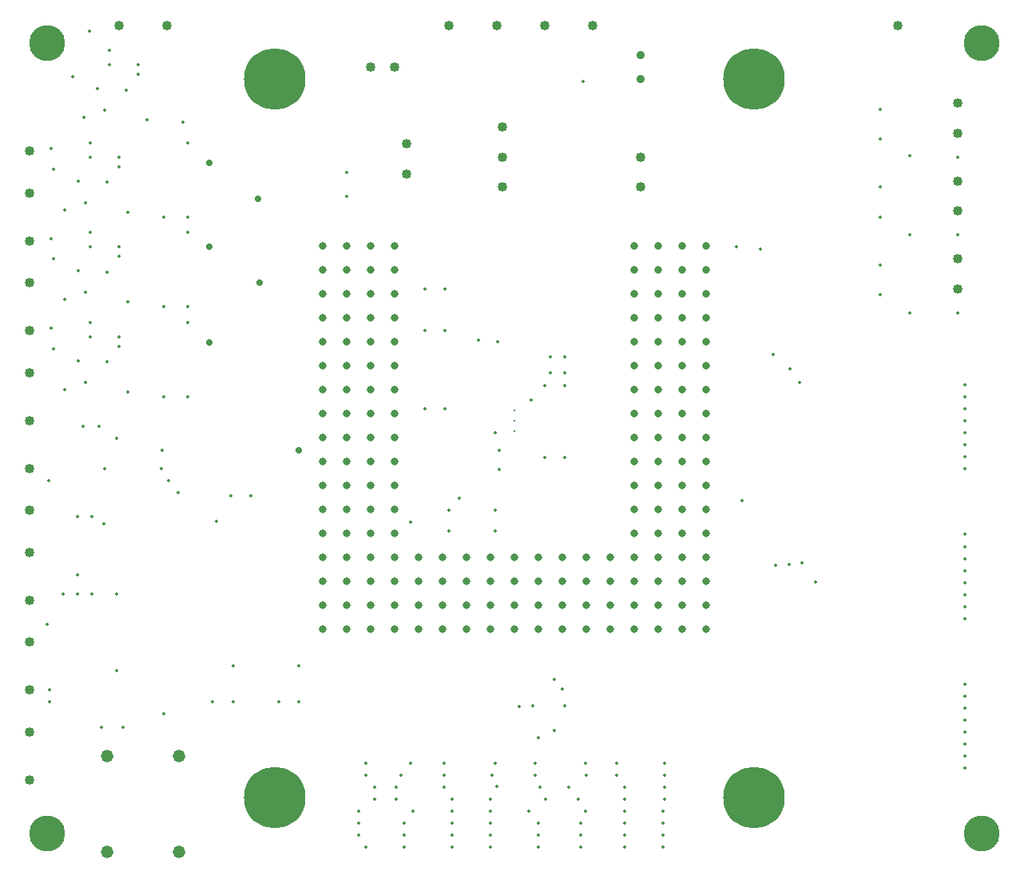
<source format=gbr>
%TF.GenerationSoftware,Altium Limited,Altium Designer,19.1.7 (138)*%
G04 Layer_Color=0*
%FSLAX26Y26*%
%MOIN*%
%TF.FileFunction,Plated,1,4,PTH,Drill*%
%TF.Part,Single*%
G01*
G75*
%TA.AperFunction,ComponentDrill*%
%ADD79C,0.040000*%
%ADD80C,0.032000*%
%ADD81C,0.052000*%
%ADD82C,0.040000*%
%ADD83C,0.040157*%
%ADD84C,0.035039*%
%TA.AperFunction,OtherDrill,Free Pad (1150mil,1150mil)*%
%ADD85C,0.150000*%
%TA.AperFunction,OtherDrill,Free Pad (1150mil,4450mil)*%
%ADD86C,0.150000*%
%TA.AperFunction,OtherDrill,Free Pad (5050mil,1150mil)*%
%ADD87C,0.150000*%
%TA.AperFunction,OtherDrill,Free Pad (5050mil,4450mil)*%
%ADD88C,0.150000*%
%TA.AperFunction,ViaDrill,NotFilled*%
%ADD89C,0.014000*%
%ADD90C,0.028000*%
%ADD91C,0.007874*%
%ADD92C,0.257000*%
D79*
X1075000Y2125000D02*
D03*
Y1950000D02*
D03*
Y2325000D02*
D03*
X4950000Y3550000D02*
D03*
X1075000Y3825000D02*
D03*
Y4000000D02*
D03*
Y3450000D02*
D03*
Y3625000D02*
D03*
Y3075000D02*
D03*
Y3250000D02*
D03*
Y2500000D02*
D03*
Y1750000D02*
D03*
Y1375000D02*
D03*
Y1575000D02*
D03*
X4950000Y3750000D02*
D03*
Y3875000D02*
D03*
Y4075000D02*
D03*
Y4200000D02*
D03*
Y3425000D02*
D03*
X1075000Y2875000D02*
D03*
Y2675000D02*
D03*
X3625000Y3975000D02*
D03*
Y3850000D02*
D03*
X3050000D02*
D03*
Y3975000D02*
D03*
Y4100000D02*
D03*
X2650000Y3904921D02*
D03*
Y4029921D02*
D03*
D80*
X2300000Y2005000D02*
D03*
X2500000D02*
D03*
X2400000Y2105000D02*
D03*
Y2005000D02*
D03*
X2300000Y2105000D02*
D03*
Y2205000D02*
D03*
X2400000D02*
D03*
Y2305000D02*
D03*
X2500000D02*
D03*
X2300000Y2405000D02*
D03*
Y2505000D02*
D03*
Y2305000D02*
D03*
X2400000Y2505000D02*
D03*
Y2405000D02*
D03*
X2600000Y2005000D02*
D03*
Y2105000D02*
D03*
X2700000Y2005000D02*
D03*
X3000000D02*
D03*
X2800000D02*
D03*
X2900000D02*
D03*
X2500000Y2105000D02*
D03*
Y2205000D02*
D03*
X2700000Y2105000D02*
D03*
X2600000Y2205000D02*
D03*
X2700000D02*
D03*
X2500000Y2405000D02*
D03*
Y2505000D02*
D03*
X2600000Y2305000D02*
D03*
Y2505000D02*
D03*
Y2405000D02*
D03*
X2800000Y2105000D02*
D03*
Y2205000D02*
D03*
X2900000Y2105000D02*
D03*
Y2205000D02*
D03*
X3000000Y2105000D02*
D03*
X2800000Y2305000D02*
D03*
X2700000D02*
D03*
X3000000Y2205000D02*
D03*
X2900000Y2305000D02*
D03*
X3000000D02*
D03*
X2300000Y2605000D02*
D03*
Y2805000D02*
D03*
Y2705000D02*
D03*
Y2905000D02*
D03*
Y3105000D02*
D03*
Y3005000D02*
D03*
Y3505000D02*
D03*
Y3605000D02*
D03*
Y3205000D02*
D03*
Y3405000D02*
D03*
Y3305000D02*
D03*
X2400000Y2605000D02*
D03*
Y2705000D02*
D03*
X2500000Y2605000D02*
D03*
Y2705000D02*
D03*
X2400000Y2805000D02*
D03*
Y2905000D02*
D03*
X2500000Y2805000D02*
D03*
X2400000Y3105000D02*
D03*
Y3005000D02*
D03*
X2600000Y2705000D02*
D03*
X2500000Y2905000D02*
D03*
X2600000Y2605000D02*
D03*
Y2905000D02*
D03*
Y2805000D02*
D03*
X2500000Y3005000D02*
D03*
Y3105000D02*
D03*
X2600000Y3005000D02*
D03*
X2500000Y3205000D02*
D03*
X2600000Y3105000D02*
D03*
X2400000Y3305000D02*
D03*
Y3405000D02*
D03*
Y3205000D02*
D03*
X2500000Y3505000D02*
D03*
Y3305000D02*
D03*
X2400000Y3505000D02*
D03*
Y3605000D02*
D03*
X2500000D02*
D03*
X2600000Y3305000D02*
D03*
X2500000Y3405000D02*
D03*
X2600000Y3205000D02*
D03*
Y3505000D02*
D03*
Y3405000D02*
D03*
Y3605000D02*
D03*
X3200000Y2005000D02*
D03*
X3100000D02*
D03*
X3300000Y2105000D02*
D03*
Y2005000D02*
D03*
X3400000D02*
D03*
X3500000D02*
D03*
X3600000D02*
D03*
X3100000Y2105000D02*
D03*
Y2205000D02*
D03*
X3200000Y2105000D02*
D03*
Y2205000D02*
D03*
Y2305000D02*
D03*
X3100000D02*
D03*
X3300000Y2205000D02*
D03*
Y2305000D02*
D03*
X3400000D02*
D03*
Y2105000D02*
D03*
Y2205000D02*
D03*
X3500000Y2105000D02*
D03*
Y2205000D02*
D03*
X3600000Y2105000D02*
D03*
Y2305000D02*
D03*
X3500000D02*
D03*
X3600000Y2205000D02*
D03*
Y2505000D02*
D03*
Y2405000D02*
D03*
X3700000Y2005000D02*
D03*
Y2105000D02*
D03*
X3800000D02*
D03*
Y2005000D02*
D03*
X3900000D02*
D03*
X3700000Y2205000D02*
D03*
Y2305000D02*
D03*
X3800000Y2205000D02*
D03*
Y2305000D02*
D03*
X3900000Y2205000D02*
D03*
X3700000Y2405000D02*
D03*
Y2505000D02*
D03*
X3900000Y2305000D02*
D03*
X3800000Y2505000D02*
D03*
Y2405000D02*
D03*
X3900000Y2105000D02*
D03*
Y2405000D02*
D03*
X3600000Y2605000D02*
D03*
Y2705000D02*
D03*
X3700000D02*
D03*
Y2805000D02*
D03*
X3600000D02*
D03*
Y2905000D02*
D03*
X3700000D02*
D03*
X3600000Y3105000D02*
D03*
Y3005000D02*
D03*
X3800000Y2605000D02*
D03*
X3700000D02*
D03*
X3800000Y2705000D02*
D03*
Y2905000D02*
D03*
Y2805000D02*
D03*
X3700000Y3005000D02*
D03*
Y3105000D02*
D03*
X3800000Y3005000D02*
D03*
Y3205000D02*
D03*
Y3105000D02*
D03*
X3600000Y3205000D02*
D03*
Y3305000D02*
D03*
X3700000Y3405000D02*
D03*
X3600000D02*
D03*
Y3605000D02*
D03*
Y3505000D02*
D03*
X3700000Y3205000D02*
D03*
Y3305000D02*
D03*
X3800000D02*
D03*
X3700000Y3505000D02*
D03*
X3800000Y3405000D02*
D03*
X3700000Y3605000D02*
D03*
X3800000Y3505000D02*
D03*
Y3605000D02*
D03*
X3900000Y2505000D02*
D03*
Y2605000D02*
D03*
Y2705000D02*
D03*
Y2805000D02*
D03*
Y3005000D02*
D03*
Y2905000D02*
D03*
Y3105000D02*
D03*
Y3205000D02*
D03*
Y3405000D02*
D03*
Y3305000D02*
D03*
Y3505000D02*
D03*
Y3605000D02*
D03*
D81*
X1400000Y1475000D02*
D03*
Y1075000D02*
D03*
X1700000D02*
D03*
Y1475000D02*
D03*
D82*
X3425000Y4525000D02*
D03*
X1450000D02*
D03*
X2825000D02*
D03*
X3025000D02*
D03*
X3225000D02*
D03*
X1650000D02*
D03*
X4700000D02*
D03*
D83*
X2500000Y4350000D02*
D03*
X2600000D02*
D03*
D84*
X3625000Y4400000D02*
D03*
Y4300000D02*
D03*
D85*
X1150000Y1150000D02*
D03*
D86*
Y4450000D02*
D03*
D87*
X5050000Y1150000D02*
D03*
D88*
Y4450000D02*
D03*
D89*
X1630000Y2750000D02*
D03*
X2950000Y3210000D02*
D03*
X1150000Y2025000D02*
D03*
X1390000Y2675000D02*
D03*
X1155000Y2625000D02*
D03*
X3398074Y1245574D02*
D03*
X3365000Y1295000D02*
D03*
X2480000Y1395000D02*
D03*
Y1445000D02*
D03*
X2665000D02*
D03*
X3525000Y1395000D02*
D03*
Y1445000D02*
D03*
X3205000Y1345000D02*
D03*
X3200000Y1550000D02*
D03*
X3185000Y1395000D02*
D03*
Y1445000D02*
D03*
X2480000Y1095000D02*
D03*
X2805000Y1345000D02*
D03*
Y1395000D02*
D03*
Y1445000D02*
D03*
X3200000Y1195000D02*
D03*
Y1145000D02*
D03*
Y1095000D02*
D03*
X4980118Y3025000D02*
D03*
Y2975000D02*
D03*
Y2925000D02*
D03*
Y2875000D02*
D03*
Y2825000D02*
D03*
Y2775000D02*
D03*
Y2725000D02*
D03*
Y2675000D02*
D03*
X1300000Y2850000D02*
D03*
X1465000Y1595000D02*
D03*
X2605118Y1295000D02*
D03*
X2450118Y1245000D02*
D03*
Y1195000D02*
D03*
X2515118Y1345000D02*
D03*
Y1295000D02*
D03*
X2605118Y1345000D02*
D03*
X2625118Y1395000D02*
D03*
X1325000Y4500000D02*
D03*
X1410000Y4420000D02*
D03*
X3310000Y3140000D02*
D03*
X3250000D02*
D03*
X3310000Y3075000D02*
D03*
X3250000D02*
D03*
X1855000Y2455000D02*
D03*
X1365000Y2850000D02*
D03*
X1695000Y2575000D02*
D03*
X1655000Y2625000D02*
D03*
X1625000Y2675000D02*
D03*
X1275000Y2230000D02*
D03*
X1385000Y2445000D02*
D03*
X2665000Y2450000D02*
D03*
X2870000Y2550000D02*
D03*
X1925000Y1850000D02*
D03*
X2200000D02*
D03*
X3170000Y2960000D02*
D03*
X3020000Y2825000D02*
D03*
Y2500000D02*
D03*
X2825000Y2415000D02*
D03*
X3020000Y2415000D02*
D03*
X2825000Y2500000D02*
D03*
X3385000Y4290000D02*
D03*
X1440000Y1830000D02*
D03*
X1160000Y1700000D02*
D03*
X1375000Y1595000D02*
D03*
X1160000Y1750000D02*
D03*
X1635000Y1650000D02*
D03*
X1335000Y2150000D02*
D03*
Y2475000D02*
D03*
X1275000Y2475000D02*
D03*
X1275000Y2150000D02*
D03*
X1440000D02*
D03*
X1215000D02*
D03*
X1440000Y2800000D02*
D03*
X3230000Y1295000D02*
D03*
X3160000Y1245000D02*
D03*
X3395000Y1445000D02*
D03*
X3400000Y1395000D02*
D03*
X3265000Y1580000D02*
D03*
X3325000Y1345000D02*
D03*
X3175000Y1685000D02*
D03*
X3120000Y1680000D02*
D03*
X3375000Y1195000D02*
D03*
X3310000Y1685000D02*
D03*
X3300000Y1755000D02*
D03*
X3265000Y1795000D02*
D03*
X3560000Y1345000D02*
D03*
Y1295000D02*
D03*
Y1245000D02*
D03*
Y1195000D02*
D03*
Y1095000D02*
D03*
Y1145000D02*
D03*
X3720000Y1095000D02*
D03*
Y1145000D02*
D03*
Y1195000D02*
D03*
Y1245000D02*
D03*
X3020000Y1445000D02*
D03*
X3000000Y1245000D02*
D03*
X3026731Y1346731D02*
D03*
X3005000Y1395000D02*
D03*
X2840000Y1095000D02*
D03*
Y1145000D02*
D03*
Y1195000D02*
D03*
Y1245000D02*
D03*
Y1295000D02*
D03*
X2640236Y1195000D02*
D03*
Y1145000D02*
D03*
Y1095000D02*
D03*
X3375000Y1095000D02*
D03*
Y1145000D02*
D03*
X2675118Y1245000D02*
D03*
X2450118Y1145000D02*
D03*
X1410000Y4360000D02*
D03*
X1330000Y4035000D02*
D03*
Y3975000D02*
D03*
Y3660000D02*
D03*
Y3600000D02*
D03*
X1635000Y2975000D02*
D03*
Y3725000D02*
D03*
Y3350000D02*
D03*
X4625000Y3525000D02*
D03*
Y4175000D02*
D03*
Y3850000D02*
D03*
Y4050000D02*
D03*
X4950000Y3325000D02*
D03*
Y3650000D02*
D03*
Y3975000D02*
D03*
X4750000Y3982087D02*
D03*
Y3650000D02*
D03*
X4625000Y3725000D02*
D03*
Y3400000D02*
D03*
X4750000Y3325000D02*
D03*
X4050000Y2540000D02*
D03*
X4180000Y3150000D02*
D03*
X4250000Y3090000D02*
D03*
X4290000Y3035000D02*
D03*
X4190000Y2270000D02*
D03*
X4245000Y2275000D02*
D03*
X4300000Y2280000D02*
D03*
X4355000Y2200000D02*
D03*
X1735000Y3660000D02*
D03*
X2400000Y3910000D02*
D03*
Y3810000D02*
D03*
X1165000Y4010000D02*
D03*
X1735000Y3725000D02*
D03*
Y4035000D02*
D03*
X1310000Y3785000D02*
D03*
X1400000Y3870000D02*
D03*
X1485000Y3745000D02*
D03*
X1450000Y3975000D02*
D03*
Y3935000D02*
D03*
X1280000Y3875000D02*
D03*
X1221968Y3755000D02*
D03*
X1175000Y3925000D02*
D03*
X1165000Y3635000D02*
D03*
X1735000Y3350000D02*
D03*
X1310000Y3410000D02*
D03*
X1400000Y3495000D02*
D03*
X1485000Y3370000D02*
D03*
X1450000Y3600000D02*
D03*
Y3560000D02*
D03*
X1280000Y3500000D02*
D03*
X1221968Y3380000D02*
D03*
X1175000Y3550000D02*
D03*
X1330000Y3285000D02*
D03*
Y3225000D02*
D03*
X1165000Y3260000D02*
D03*
X1735000Y2975000D02*
D03*
Y3285000D02*
D03*
X1310000Y3035000D02*
D03*
X1400000Y3120000D02*
D03*
X1485000Y2995000D02*
D03*
X1450000Y3225000D02*
D03*
Y3185000D02*
D03*
X1280000Y3125000D02*
D03*
X1221968Y3005000D02*
D03*
X1175000Y3175000D02*
D03*
X1255000Y4310000D02*
D03*
X1301968Y4140000D02*
D03*
X1360000Y4260000D02*
D03*
X1390000Y4170000D02*
D03*
X3000000Y1295000D02*
D03*
Y1195000D02*
D03*
Y1145000D02*
D03*
Y1095000D02*
D03*
X3725000Y1295000D02*
D03*
Y1345000D02*
D03*
Y1395000D02*
D03*
Y1445000D02*
D03*
X1480000Y4255000D02*
D03*
X1715000Y4120000D02*
D03*
X4980118Y2400000D02*
D03*
X3225000Y3020000D02*
D03*
X4125000Y3590000D02*
D03*
X4025000Y3600000D02*
D03*
X1925000Y1700000D02*
D03*
X1840000D02*
D03*
X4980000Y2099882D02*
D03*
Y2349882D02*
D03*
Y2299882D02*
D03*
Y2199882D02*
D03*
Y2249882D02*
D03*
Y2149882D02*
D03*
Y2049882D02*
D03*
X2810000Y2925000D02*
D03*
X2725000D02*
D03*
X1565000Y4130000D02*
D03*
X1530000Y4360000D02*
D03*
Y4320000D02*
D03*
X2810000Y3250000D02*
D03*
X2725000D02*
D03*
X2810000Y3425000D02*
D03*
X2725000D02*
D03*
X2115000Y1700000D02*
D03*
X2200000D02*
D03*
X3035000Y2750000D02*
D03*
Y2670000D02*
D03*
X3030000Y3205000D02*
D03*
X3310000Y3020000D02*
D03*
X3225000Y2720000D02*
D03*
X3310000D02*
D03*
X4980000Y1774882D02*
D03*
Y1724882D02*
D03*
Y1674882D02*
D03*
Y1624882D02*
D03*
Y1574882D02*
D03*
Y1524882D02*
D03*
Y1474882D02*
D03*
Y1424882D02*
D03*
X1915000Y2560000D02*
D03*
X2000000D02*
D03*
D90*
X2200000Y2750000D02*
D03*
X1825000Y3950000D02*
D03*
Y3600000D02*
D03*
Y3200000D02*
D03*
X2035000Y3450000D02*
D03*
X2030000Y3800000D02*
D03*
D91*
X3100000Y2832677D02*
D03*
Y2875000D02*
D03*
Y2917323D02*
D03*
D92*
X4100000Y4300000D02*
D03*
Y1300000D02*
D03*
X2100000Y1300000D02*
D03*
Y4300000D02*
D03*
%TF.MD5,73a962abc6f6cec978c88411da6e1dfa*%
M02*

</source>
